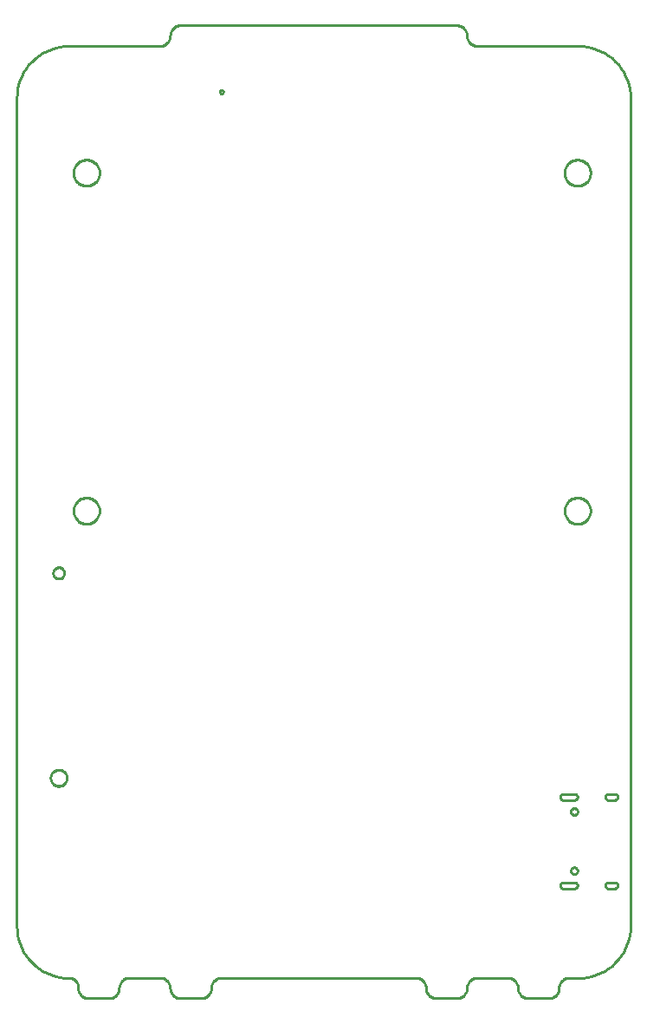
<source format=gbr>
G04 EAGLE Gerber RS-274X export*
G75*
%MOMM*%
%FSLAX34Y34*%
%LPD*%
%IN*%
%IPPOS*%
%AMOC8*
5,1,8,0,0,1.08239X$1,22.5*%
G01*
%ADD10C,0.254000*%


D10*
X10000Y90800D02*
X10193Y86373D01*
X10772Y81979D01*
X11731Y77652D01*
X13064Y73425D01*
X14760Y69331D01*
X16806Y65400D01*
X19187Y61662D01*
X21885Y58146D01*
X24879Y54879D01*
X28146Y51885D01*
X31662Y49187D01*
X35400Y46806D01*
X39331Y44760D01*
X43425Y43064D01*
X47652Y41731D01*
X51979Y40772D01*
X56373Y40193D01*
X60800Y40000D01*
X61602Y39965D01*
X62398Y39860D01*
X63181Y39687D01*
X63947Y39445D01*
X64688Y39138D01*
X65400Y38767D01*
X66077Y38336D01*
X66714Y37848D01*
X67305Y37305D01*
X67848Y36714D01*
X68336Y36077D01*
X68767Y35400D01*
X69138Y34688D01*
X69445Y33947D01*
X69687Y33181D01*
X69860Y32398D01*
X69965Y31602D01*
X70000Y30800D01*
X70000Y30000D01*
X70038Y29128D01*
X70152Y28264D01*
X70341Y27412D01*
X70603Y26580D01*
X70937Y25774D01*
X71340Y25000D01*
X71808Y24264D01*
X72340Y23572D01*
X72929Y22929D01*
X73572Y22340D01*
X74264Y21808D01*
X75000Y21340D01*
X75774Y20937D01*
X76580Y20603D01*
X77412Y20341D01*
X78264Y20152D01*
X79128Y20038D01*
X80000Y20000D01*
X100000Y20000D01*
X100872Y20038D01*
X101736Y20152D01*
X102588Y20341D01*
X103420Y20603D01*
X104226Y20937D01*
X105000Y21340D01*
X105736Y21808D01*
X106428Y22340D01*
X107071Y22929D01*
X107660Y23572D01*
X108192Y24264D01*
X108660Y25000D01*
X109063Y25774D01*
X109397Y26580D01*
X109659Y27412D01*
X109848Y28264D01*
X109962Y29128D01*
X110000Y30000D01*
X110038Y30872D01*
X110152Y31736D01*
X110341Y32588D01*
X110603Y33420D01*
X110937Y34226D01*
X111340Y35000D01*
X111808Y35736D01*
X112340Y36428D01*
X112929Y37071D01*
X113572Y37660D01*
X114264Y38192D01*
X115000Y38660D01*
X115774Y39063D01*
X116580Y39397D01*
X117412Y39659D01*
X118264Y39848D01*
X119128Y39962D01*
X120000Y40000D01*
X150000Y40000D01*
X150872Y39962D01*
X151736Y39848D01*
X152588Y39659D01*
X153420Y39397D01*
X154226Y39063D01*
X155000Y38660D01*
X155736Y38192D01*
X156428Y37660D01*
X157071Y37071D01*
X157660Y36428D01*
X158192Y35736D01*
X158660Y35000D01*
X159063Y34226D01*
X159397Y33420D01*
X159659Y32588D01*
X159848Y31736D01*
X159962Y30872D01*
X160000Y30000D01*
X160038Y29128D01*
X160152Y28264D01*
X160341Y27412D01*
X160603Y26580D01*
X160937Y25774D01*
X161340Y25000D01*
X161808Y24264D01*
X162340Y23572D01*
X162929Y22929D01*
X163572Y22340D01*
X164264Y21808D01*
X165000Y21340D01*
X165774Y20937D01*
X166580Y20603D01*
X167412Y20341D01*
X168264Y20152D01*
X169128Y20038D01*
X170000Y20000D01*
X190000Y20000D01*
X190872Y20038D01*
X191736Y20152D01*
X192588Y20341D01*
X193420Y20603D01*
X194226Y20937D01*
X195000Y21340D01*
X195736Y21808D01*
X196428Y22340D01*
X197071Y22929D01*
X197660Y23572D01*
X198192Y24264D01*
X198660Y25000D01*
X199063Y25774D01*
X199397Y26580D01*
X199659Y27412D01*
X199848Y28264D01*
X199962Y29128D01*
X200000Y30000D01*
X200038Y30872D01*
X200152Y31736D01*
X200341Y32588D01*
X200603Y33420D01*
X200937Y34226D01*
X201340Y35000D01*
X201808Y35736D01*
X202340Y36428D01*
X202929Y37071D01*
X203572Y37660D01*
X204264Y38192D01*
X205000Y38660D01*
X205774Y39063D01*
X206580Y39397D01*
X207412Y39659D01*
X208264Y39848D01*
X209128Y39962D01*
X210000Y40000D01*
X400000Y40000D01*
X400872Y39962D01*
X401736Y39848D01*
X402588Y39659D01*
X403420Y39397D01*
X404226Y39063D01*
X405000Y38660D01*
X405736Y38192D01*
X406428Y37660D01*
X407071Y37071D01*
X407660Y36428D01*
X408192Y35736D01*
X408660Y35000D01*
X409063Y34226D01*
X409397Y33420D01*
X409659Y32588D01*
X409848Y31736D01*
X409962Y30872D01*
X410000Y30000D01*
X410038Y29128D01*
X410152Y28264D01*
X410341Y27412D01*
X410603Y26580D01*
X410937Y25774D01*
X411340Y25000D01*
X411808Y24264D01*
X412340Y23572D01*
X412929Y22929D01*
X413572Y22340D01*
X414264Y21808D01*
X415000Y21340D01*
X415774Y20937D01*
X416580Y20603D01*
X417412Y20341D01*
X418264Y20152D01*
X419128Y20038D01*
X420000Y20000D01*
X440000Y20000D01*
X440872Y20038D01*
X441736Y20152D01*
X442588Y20341D01*
X443420Y20603D01*
X444226Y20937D01*
X445000Y21340D01*
X445736Y21808D01*
X446428Y22340D01*
X447071Y22929D01*
X447660Y23572D01*
X448192Y24264D01*
X448660Y25000D01*
X449063Y25774D01*
X449397Y26580D01*
X449659Y27412D01*
X449848Y28264D01*
X449962Y29128D01*
X450000Y30000D01*
X450038Y30872D01*
X450152Y31736D01*
X450341Y32588D01*
X450603Y33420D01*
X450937Y34226D01*
X451340Y35000D01*
X451808Y35736D01*
X452340Y36428D01*
X452929Y37071D01*
X453572Y37660D01*
X454264Y38192D01*
X455000Y38660D01*
X455774Y39063D01*
X456580Y39397D01*
X457412Y39659D01*
X458264Y39848D01*
X459128Y39962D01*
X460000Y40000D01*
X490000Y40000D01*
X490872Y39962D01*
X491736Y39848D01*
X492588Y39659D01*
X493420Y39397D01*
X494226Y39063D01*
X495000Y38660D01*
X495736Y38192D01*
X496428Y37660D01*
X497071Y37071D01*
X497660Y36428D01*
X498192Y35736D01*
X498660Y35000D01*
X499063Y34226D01*
X499397Y33420D01*
X499659Y32588D01*
X499848Y31736D01*
X499962Y30872D01*
X500000Y30000D01*
X500038Y29128D01*
X500152Y28264D01*
X500341Y27412D01*
X500603Y26580D01*
X500937Y25774D01*
X501340Y25000D01*
X501808Y24264D01*
X502340Y23572D01*
X502929Y22929D01*
X503572Y22340D01*
X504264Y21808D01*
X505000Y21340D01*
X505774Y20937D01*
X506580Y20603D01*
X507412Y20341D01*
X508264Y20152D01*
X509128Y20038D01*
X510000Y20000D01*
X530000Y20000D01*
X530872Y20038D01*
X531736Y20152D01*
X532588Y20341D01*
X533420Y20603D01*
X534226Y20937D01*
X535000Y21340D01*
X535736Y21808D01*
X536428Y22340D01*
X537071Y22929D01*
X537660Y23572D01*
X538192Y24264D01*
X538660Y25000D01*
X539063Y25774D01*
X539397Y26580D01*
X539659Y27412D01*
X539848Y28264D01*
X539962Y29128D01*
X540000Y30000D01*
X540038Y30872D01*
X540152Y31736D01*
X540341Y32588D01*
X540603Y33420D01*
X540937Y34226D01*
X541340Y35000D01*
X541808Y35736D01*
X542340Y36428D01*
X542929Y37071D01*
X543572Y37660D01*
X544264Y38192D01*
X545000Y38660D01*
X545774Y39063D01*
X546580Y39397D01*
X547412Y39659D01*
X548264Y39848D01*
X549128Y39962D01*
X550000Y40000D01*
X559200Y40000D01*
X563628Y40193D01*
X568021Y40772D01*
X572348Y41731D01*
X576575Y43064D01*
X580669Y44760D01*
X584600Y46806D01*
X588338Y49187D01*
X591854Y51885D01*
X595121Y54879D01*
X598115Y58146D01*
X600813Y61662D01*
X603194Y65400D01*
X605240Y69331D01*
X606936Y73425D01*
X608269Y77652D01*
X609228Y81979D01*
X609807Y86373D01*
X610000Y90800D01*
X610000Y899200D01*
X609807Y903628D01*
X609228Y908021D01*
X608269Y912348D01*
X606936Y916575D01*
X605240Y920669D01*
X603194Y924600D01*
X600813Y928338D01*
X598115Y931854D01*
X595121Y935121D01*
X591854Y938115D01*
X588338Y940813D01*
X584600Y943194D01*
X580669Y945240D01*
X576575Y946936D01*
X572348Y948269D01*
X568021Y949228D01*
X563628Y949807D01*
X559200Y950000D01*
X460000Y950000D01*
X459128Y950038D01*
X458264Y950152D01*
X457412Y950341D01*
X456580Y950603D01*
X455774Y950937D01*
X455000Y951340D01*
X454264Y951808D01*
X453572Y952340D01*
X452929Y952929D01*
X452340Y953572D01*
X451808Y954264D01*
X451340Y955000D01*
X450937Y955774D01*
X450603Y956580D01*
X450341Y957412D01*
X450152Y958264D01*
X450038Y959128D01*
X450000Y960000D01*
X449962Y960872D01*
X449848Y961736D01*
X449659Y962588D01*
X449397Y963420D01*
X449063Y964226D01*
X448660Y965000D01*
X448192Y965736D01*
X447660Y966428D01*
X447071Y967071D01*
X446428Y967660D01*
X445736Y968192D01*
X445000Y968660D01*
X444226Y969063D01*
X443420Y969397D01*
X442588Y969659D01*
X441736Y969848D01*
X440872Y969962D01*
X440000Y970000D01*
X170000Y970000D01*
X169128Y969962D01*
X168264Y969848D01*
X167412Y969659D01*
X166580Y969397D01*
X165774Y969063D01*
X165000Y968660D01*
X164264Y968192D01*
X163572Y967660D01*
X162929Y967071D01*
X162340Y966428D01*
X161808Y965736D01*
X161340Y965000D01*
X160937Y964226D01*
X160603Y963420D01*
X160341Y962588D01*
X160152Y961736D01*
X160038Y960872D01*
X160000Y960000D01*
X159962Y959128D01*
X159848Y958264D01*
X159659Y957412D01*
X159397Y956580D01*
X159063Y955774D01*
X158660Y955000D01*
X158192Y954264D01*
X157660Y953572D01*
X157071Y952929D01*
X156428Y952340D01*
X155736Y951808D01*
X155000Y951340D01*
X154226Y950937D01*
X153420Y950603D01*
X152588Y950341D01*
X151736Y950152D01*
X150872Y950038D01*
X150000Y950000D01*
X60800Y950000D01*
X56373Y949807D01*
X51979Y949228D01*
X47652Y948269D01*
X43425Y946936D01*
X39331Y945240D01*
X35400Y943194D01*
X31662Y940813D01*
X28146Y938115D01*
X24879Y935121D01*
X21885Y931854D01*
X19187Y928338D01*
X16806Y924600D01*
X14760Y920669D01*
X13064Y916575D01*
X11731Y912348D01*
X10772Y908021D01*
X10193Y903628D01*
X10000Y899200D01*
X10000Y90800D01*
X544090Y213660D02*
X555090Y213660D01*
X555351Y213671D01*
X555611Y213706D01*
X555866Y213762D01*
X556116Y213841D01*
X556358Y213941D01*
X556590Y214062D01*
X556811Y214203D01*
X557018Y214362D01*
X557211Y214539D01*
X557388Y214732D01*
X557547Y214939D01*
X557688Y215160D01*
X557809Y215392D01*
X557909Y215634D01*
X557988Y215884D01*
X558044Y216139D01*
X558079Y216399D01*
X558090Y216660D01*
X558079Y216921D01*
X558044Y217181D01*
X557988Y217436D01*
X557909Y217686D01*
X557809Y217928D01*
X557688Y218160D01*
X557547Y218381D01*
X557388Y218588D01*
X557211Y218781D01*
X557018Y218958D01*
X556811Y219117D01*
X556590Y219258D01*
X556358Y219379D01*
X556116Y219479D01*
X555866Y219558D01*
X555611Y219614D01*
X555351Y219649D01*
X555090Y219660D01*
X544090Y219660D01*
X543829Y219649D01*
X543569Y219614D01*
X543314Y219558D01*
X543064Y219479D01*
X542822Y219379D01*
X542590Y219258D01*
X542369Y219117D01*
X542162Y218958D01*
X541969Y218781D01*
X541792Y218588D01*
X541633Y218381D01*
X541492Y218160D01*
X541371Y217928D01*
X541271Y217686D01*
X541192Y217436D01*
X541136Y217181D01*
X541101Y216921D01*
X541090Y216660D01*
X541101Y216399D01*
X541136Y216139D01*
X541192Y215884D01*
X541271Y215634D01*
X541371Y215392D01*
X541492Y215160D01*
X541633Y214939D01*
X541792Y214732D01*
X541969Y214539D01*
X542162Y214362D01*
X542369Y214203D01*
X542590Y214062D01*
X542822Y213941D01*
X543064Y213841D01*
X543314Y213762D01*
X543569Y213706D01*
X543829Y213671D01*
X544090Y213660D01*
X588240Y213660D02*
X594440Y213660D01*
X594701Y213671D01*
X594961Y213706D01*
X595216Y213762D01*
X595466Y213841D01*
X595708Y213941D01*
X595940Y214062D01*
X596161Y214203D01*
X596368Y214362D01*
X596561Y214539D01*
X596738Y214732D01*
X596897Y214939D01*
X597038Y215160D01*
X597159Y215392D01*
X597259Y215634D01*
X597338Y215884D01*
X597394Y216139D01*
X597429Y216399D01*
X597440Y216660D01*
X597429Y216921D01*
X597394Y217181D01*
X597338Y217436D01*
X597259Y217686D01*
X597159Y217928D01*
X597038Y218160D01*
X596897Y218381D01*
X596738Y218588D01*
X596561Y218781D01*
X596368Y218958D01*
X596161Y219117D01*
X595940Y219258D01*
X595708Y219379D01*
X595466Y219479D01*
X595216Y219558D01*
X594961Y219614D01*
X594701Y219649D01*
X594440Y219660D01*
X588240Y219660D01*
X587979Y219649D01*
X587719Y219614D01*
X587464Y219558D01*
X587214Y219479D01*
X586972Y219379D01*
X586740Y219258D01*
X586519Y219117D01*
X586312Y218958D01*
X586119Y218781D01*
X585942Y218588D01*
X585783Y218381D01*
X585642Y218160D01*
X585521Y217928D01*
X585421Y217686D01*
X585342Y217436D01*
X585286Y217181D01*
X585251Y216921D01*
X585240Y216660D01*
X585251Y216399D01*
X585286Y216139D01*
X585342Y215884D01*
X585421Y215634D01*
X585521Y215392D01*
X585642Y215160D01*
X585783Y214939D01*
X585942Y214732D01*
X586119Y214539D01*
X586312Y214362D01*
X586519Y214203D01*
X586740Y214062D01*
X586972Y213941D01*
X587214Y213841D01*
X587464Y213762D01*
X587719Y213706D01*
X587979Y213671D01*
X588240Y213660D01*
X588240Y127260D02*
X594440Y127260D01*
X594701Y127271D01*
X594961Y127306D01*
X595216Y127362D01*
X595466Y127441D01*
X595708Y127541D01*
X595940Y127662D01*
X596161Y127803D01*
X596368Y127962D01*
X596561Y128139D01*
X596738Y128332D01*
X596897Y128539D01*
X597038Y128760D01*
X597159Y128992D01*
X597259Y129234D01*
X597338Y129484D01*
X597394Y129739D01*
X597429Y129999D01*
X597440Y130260D01*
X597429Y130521D01*
X597394Y130781D01*
X597338Y131036D01*
X597259Y131286D01*
X597159Y131528D01*
X597038Y131760D01*
X596897Y131981D01*
X596738Y132188D01*
X596561Y132381D01*
X596368Y132558D01*
X596161Y132717D01*
X595940Y132858D01*
X595708Y132979D01*
X595466Y133079D01*
X595216Y133158D01*
X594961Y133214D01*
X594701Y133249D01*
X594440Y133260D01*
X588240Y133260D01*
X587979Y133249D01*
X587719Y133214D01*
X587464Y133158D01*
X587214Y133079D01*
X586972Y132979D01*
X586740Y132858D01*
X586519Y132717D01*
X586312Y132558D01*
X586119Y132381D01*
X585942Y132188D01*
X585783Y131981D01*
X585642Y131760D01*
X585521Y131528D01*
X585421Y131286D01*
X585342Y131036D01*
X585286Y130781D01*
X585251Y130521D01*
X585240Y130260D01*
X585251Y129999D01*
X585286Y129739D01*
X585342Y129484D01*
X585421Y129234D01*
X585521Y128992D01*
X585642Y128760D01*
X585783Y128539D01*
X585942Y128332D01*
X586119Y128139D01*
X586312Y127962D01*
X586519Y127803D01*
X586740Y127662D01*
X586972Y127541D01*
X587214Y127441D01*
X587464Y127362D01*
X587719Y127306D01*
X587979Y127271D01*
X588240Y127260D01*
X544090Y127260D02*
X555090Y127260D01*
X555351Y127271D01*
X555611Y127306D01*
X555866Y127362D01*
X556116Y127441D01*
X556358Y127541D01*
X556590Y127662D01*
X556811Y127803D01*
X557018Y127962D01*
X557211Y128139D01*
X557388Y128332D01*
X557547Y128539D01*
X557688Y128760D01*
X557809Y128992D01*
X557909Y129234D01*
X557988Y129484D01*
X558044Y129739D01*
X558079Y129999D01*
X558090Y130260D01*
X558079Y130521D01*
X558044Y130781D01*
X557988Y131036D01*
X557909Y131286D01*
X557809Y131528D01*
X557688Y131760D01*
X557547Y131981D01*
X557388Y132188D01*
X557211Y132381D01*
X557018Y132558D01*
X556811Y132717D01*
X556590Y132858D01*
X556358Y132979D01*
X556116Y133079D01*
X555866Y133158D01*
X555611Y133214D01*
X555351Y133249D01*
X555090Y133260D01*
X544090Y133260D01*
X543829Y133249D01*
X543569Y133214D01*
X543314Y133158D01*
X543064Y133079D01*
X542822Y132979D01*
X542590Y132858D01*
X542369Y132717D01*
X542162Y132558D01*
X541969Y132381D01*
X541792Y132188D01*
X541633Y131981D01*
X541492Y131760D01*
X541371Y131528D01*
X541271Y131286D01*
X541192Y131036D01*
X541136Y130781D01*
X541101Y130521D01*
X541090Y130260D01*
X541101Y129999D01*
X541136Y129739D01*
X541192Y129484D01*
X541271Y129234D01*
X541371Y128992D01*
X541492Y128760D01*
X541633Y128539D01*
X541792Y128332D01*
X541969Y128139D01*
X542162Y127962D01*
X542369Y127803D01*
X542590Y127662D01*
X542822Y127541D01*
X543064Y127441D01*
X543314Y127362D01*
X543569Y127306D01*
X543829Y127271D01*
X544090Y127260D01*
X555103Y147810D02*
X555525Y147754D01*
X555937Y147644D01*
X556331Y147481D01*
X556699Y147268D01*
X557037Y147009D01*
X557339Y146707D01*
X557598Y146369D01*
X557811Y146001D01*
X557974Y145607D01*
X558084Y145195D01*
X558140Y144773D01*
X558140Y144347D01*
X558084Y143925D01*
X557974Y143513D01*
X557811Y143119D01*
X557598Y142751D01*
X557339Y142413D01*
X557037Y142111D01*
X556699Y141852D01*
X556331Y141639D01*
X555937Y141476D01*
X555525Y141366D01*
X555103Y141310D01*
X554677Y141310D01*
X554255Y141366D01*
X553843Y141476D01*
X553449Y141639D01*
X553081Y141852D01*
X552743Y142111D01*
X552441Y142413D01*
X552182Y142751D01*
X551969Y143119D01*
X551806Y143513D01*
X551696Y143925D01*
X551640Y144347D01*
X551640Y144773D01*
X551696Y145195D01*
X551806Y145607D01*
X551969Y146001D01*
X552182Y146369D01*
X552441Y146707D01*
X552743Y147009D01*
X553081Y147268D01*
X553449Y147481D01*
X553843Y147644D01*
X554255Y147754D01*
X554677Y147810D01*
X555103Y147810D01*
X555103Y205610D02*
X555525Y205554D01*
X555937Y205444D01*
X556331Y205281D01*
X556699Y205068D01*
X557037Y204809D01*
X557339Y204507D01*
X557598Y204169D01*
X557811Y203801D01*
X557974Y203407D01*
X558084Y202995D01*
X558140Y202573D01*
X558140Y202147D01*
X558084Y201725D01*
X557974Y201313D01*
X557811Y200919D01*
X557598Y200551D01*
X557339Y200213D01*
X557037Y199911D01*
X556699Y199652D01*
X556331Y199439D01*
X555937Y199276D01*
X555525Y199166D01*
X555103Y199110D01*
X554677Y199110D01*
X554255Y199166D01*
X553843Y199276D01*
X553449Y199439D01*
X553081Y199652D01*
X552743Y199911D01*
X552441Y200213D01*
X552182Y200551D01*
X551969Y200919D01*
X551806Y201313D01*
X551696Y201725D01*
X551640Y202147D01*
X551640Y202573D01*
X551696Y202995D01*
X551806Y203407D01*
X551969Y203801D01*
X552182Y204169D01*
X552441Y204507D01*
X552743Y204809D01*
X553081Y205068D01*
X553449Y205281D01*
X553843Y205444D01*
X554255Y205554D01*
X554677Y205610D01*
X555103Y205610D01*
X545366Y826551D02*
X545445Y827550D01*
X545601Y828539D01*
X545835Y829514D01*
X546145Y830466D01*
X546528Y831392D01*
X546983Y832285D01*
X547507Y833139D01*
X548095Y833950D01*
X548746Y834711D01*
X549455Y835420D01*
X550216Y836071D01*
X551027Y836659D01*
X551881Y837183D01*
X552774Y837638D01*
X553700Y838021D01*
X554652Y838331D01*
X555627Y838565D01*
X556616Y838721D01*
X557615Y838800D01*
X558617Y838800D01*
X559616Y838721D01*
X560605Y838565D01*
X561580Y838331D01*
X562532Y838021D01*
X563458Y837638D01*
X564351Y837183D01*
X565205Y836659D01*
X566016Y836071D01*
X566777Y835420D01*
X567486Y834711D01*
X568137Y833950D01*
X568725Y833139D01*
X569249Y832285D01*
X569704Y831392D01*
X570087Y830466D01*
X570397Y829514D01*
X570631Y828539D01*
X570787Y827550D01*
X570866Y826551D01*
X570866Y825549D01*
X570787Y824550D01*
X570631Y823561D01*
X570397Y822586D01*
X570087Y821634D01*
X569704Y820708D01*
X569249Y819815D01*
X568725Y818961D01*
X568137Y818150D01*
X567486Y817389D01*
X566777Y816680D01*
X566016Y816029D01*
X565205Y815441D01*
X564351Y814917D01*
X563458Y814462D01*
X562532Y814079D01*
X561580Y813769D01*
X560605Y813535D01*
X559616Y813379D01*
X558617Y813300D01*
X557615Y813300D01*
X556616Y813379D01*
X555627Y813535D01*
X554652Y813769D01*
X553700Y814079D01*
X552774Y814462D01*
X551881Y814917D01*
X551027Y815441D01*
X550216Y816029D01*
X549455Y816680D01*
X548746Y817389D01*
X548095Y818150D01*
X547507Y818961D01*
X546983Y819815D01*
X546528Y820708D01*
X546145Y821634D01*
X545835Y822586D01*
X545601Y823561D01*
X545445Y824550D01*
X545366Y825549D01*
X545366Y826551D01*
X545366Y496551D02*
X545445Y497550D01*
X545601Y498539D01*
X545835Y499514D01*
X546145Y500466D01*
X546528Y501392D01*
X546983Y502285D01*
X547507Y503139D01*
X548095Y503950D01*
X548746Y504711D01*
X549455Y505420D01*
X550216Y506071D01*
X551027Y506659D01*
X551881Y507183D01*
X552774Y507638D01*
X553700Y508021D01*
X554652Y508331D01*
X555627Y508565D01*
X556616Y508721D01*
X557615Y508800D01*
X558617Y508800D01*
X559616Y508721D01*
X560605Y508565D01*
X561580Y508331D01*
X562532Y508021D01*
X563458Y507638D01*
X564351Y507183D01*
X565205Y506659D01*
X566016Y506071D01*
X566777Y505420D01*
X567486Y504711D01*
X568137Y503950D01*
X568725Y503139D01*
X569249Y502285D01*
X569704Y501392D01*
X570087Y500466D01*
X570397Y499514D01*
X570631Y498539D01*
X570787Y497550D01*
X570866Y496551D01*
X570866Y495549D01*
X570787Y494550D01*
X570631Y493561D01*
X570397Y492586D01*
X570087Y491634D01*
X569704Y490708D01*
X569249Y489815D01*
X568725Y488961D01*
X568137Y488150D01*
X567486Y487389D01*
X566777Y486680D01*
X566016Y486029D01*
X565205Y485441D01*
X564351Y484917D01*
X563458Y484462D01*
X562532Y484079D01*
X561580Y483769D01*
X560605Y483535D01*
X559616Y483379D01*
X558617Y483300D01*
X557615Y483300D01*
X556616Y483379D01*
X555627Y483535D01*
X554652Y483769D01*
X553700Y484079D01*
X552774Y484462D01*
X551881Y484917D01*
X551027Y485441D01*
X550216Y486029D01*
X549455Y486680D01*
X548746Y487389D01*
X548095Y488150D01*
X547507Y488961D01*
X546983Y489815D01*
X546528Y490708D01*
X546145Y491634D01*
X545835Y492586D01*
X545601Y493561D01*
X545445Y494550D01*
X545366Y495549D01*
X545366Y496551D01*
X65366Y496551D02*
X65445Y497550D01*
X65601Y498539D01*
X65835Y499514D01*
X66145Y500466D01*
X66528Y501392D01*
X66983Y502285D01*
X67507Y503139D01*
X68095Y503950D01*
X68746Y504711D01*
X69455Y505420D01*
X70216Y506071D01*
X71027Y506659D01*
X71881Y507183D01*
X72774Y507638D01*
X73700Y508021D01*
X74652Y508331D01*
X75627Y508565D01*
X76616Y508721D01*
X77615Y508800D01*
X78617Y508800D01*
X79616Y508721D01*
X80605Y508565D01*
X81580Y508331D01*
X82532Y508021D01*
X83458Y507638D01*
X84351Y507183D01*
X85205Y506659D01*
X86016Y506071D01*
X86777Y505420D01*
X87486Y504711D01*
X88137Y503950D01*
X88725Y503139D01*
X89249Y502285D01*
X89704Y501392D01*
X90087Y500466D01*
X90397Y499514D01*
X90631Y498539D01*
X90787Y497550D01*
X90866Y496551D01*
X90866Y495549D01*
X90787Y494550D01*
X90631Y493561D01*
X90397Y492586D01*
X90087Y491634D01*
X89704Y490708D01*
X89249Y489815D01*
X88725Y488961D01*
X88137Y488150D01*
X87486Y487389D01*
X86777Y486680D01*
X86016Y486029D01*
X85205Y485441D01*
X84351Y484917D01*
X83458Y484462D01*
X82532Y484079D01*
X81580Y483769D01*
X80605Y483535D01*
X79616Y483379D01*
X78617Y483300D01*
X77615Y483300D01*
X76616Y483379D01*
X75627Y483535D01*
X74652Y483769D01*
X73700Y484079D01*
X72774Y484462D01*
X71881Y484917D01*
X71027Y485441D01*
X70216Y486029D01*
X69455Y486680D01*
X68746Y487389D01*
X68095Y488150D01*
X67507Y488961D01*
X66983Y489815D01*
X66528Y490708D01*
X66145Y491634D01*
X65835Y492586D01*
X65601Y493561D01*
X65445Y494550D01*
X65366Y495549D01*
X65366Y496551D01*
X65366Y826551D02*
X65445Y827550D01*
X65601Y828539D01*
X65835Y829514D01*
X66145Y830466D01*
X66528Y831392D01*
X66983Y832285D01*
X67507Y833139D01*
X68095Y833950D01*
X68746Y834711D01*
X69455Y835420D01*
X70216Y836071D01*
X71027Y836659D01*
X71881Y837183D01*
X72774Y837638D01*
X73700Y838021D01*
X74652Y838331D01*
X75627Y838565D01*
X76616Y838721D01*
X77615Y838800D01*
X78617Y838800D01*
X79616Y838721D01*
X80605Y838565D01*
X81580Y838331D01*
X82532Y838021D01*
X83458Y837638D01*
X84351Y837183D01*
X85205Y836659D01*
X86016Y836071D01*
X86777Y835420D01*
X87486Y834711D01*
X88137Y833950D01*
X88725Y833139D01*
X89249Y832285D01*
X89704Y831392D01*
X90087Y830466D01*
X90397Y829514D01*
X90631Y828539D01*
X90787Y827550D01*
X90866Y826551D01*
X90866Y825549D01*
X90787Y824550D01*
X90631Y823561D01*
X90397Y822586D01*
X90087Y821634D01*
X89704Y820708D01*
X89249Y819815D01*
X88725Y818961D01*
X88137Y818150D01*
X87486Y817389D01*
X86777Y816680D01*
X86016Y816029D01*
X85205Y815441D01*
X84351Y814917D01*
X83458Y814462D01*
X82532Y814079D01*
X81580Y813769D01*
X80605Y813535D01*
X79616Y813379D01*
X78617Y813300D01*
X77615Y813300D01*
X76616Y813379D01*
X75627Y813535D01*
X74652Y813769D01*
X73700Y814079D01*
X72774Y814462D01*
X71881Y814917D01*
X71027Y815441D01*
X70216Y816029D01*
X69455Y816680D01*
X68746Y817389D01*
X68095Y818150D01*
X67507Y818961D01*
X66983Y819815D01*
X66528Y820708D01*
X66145Y821634D01*
X65835Y822586D01*
X65601Y823561D01*
X65445Y824550D01*
X65366Y825549D01*
X65366Y826551D01*
X209907Y903506D02*
X209569Y903573D01*
X209250Y903705D01*
X208963Y903897D01*
X208720Y904140D01*
X208528Y904427D01*
X208396Y904746D01*
X208329Y905084D01*
X208329Y905428D01*
X208396Y905766D01*
X208528Y906085D01*
X208720Y906372D01*
X208963Y906615D01*
X209250Y906807D01*
X209569Y906939D01*
X209907Y907006D01*
X210251Y907006D01*
X210589Y906939D01*
X210908Y906807D01*
X211195Y906615D01*
X211438Y906372D01*
X211630Y906085D01*
X211762Y905766D01*
X211829Y905428D01*
X211829Y905084D01*
X211762Y904746D01*
X211630Y904427D01*
X211438Y904140D01*
X211195Y903897D01*
X210908Y903705D01*
X210589Y903573D01*
X210251Y903506D01*
X209907Y903506D01*
X50731Y429780D02*
X50117Y429849D01*
X49515Y429987D01*
X48932Y430191D01*
X48375Y430459D01*
X47852Y430787D01*
X47369Y431173D01*
X46933Y431609D01*
X46547Y432092D01*
X46219Y432615D01*
X45951Y433172D01*
X45747Y433755D01*
X45609Y434357D01*
X45540Y434971D01*
X45540Y435589D01*
X45609Y436203D01*
X45747Y436805D01*
X45951Y437388D01*
X46219Y437945D01*
X46547Y438468D01*
X46933Y438951D01*
X47369Y439388D01*
X47852Y439773D01*
X48375Y440101D01*
X48932Y440369D01*
X49515Y440573D01*
X50117Y440711D01*
X50731Y440780D01*
X51349Y440780D01*
X51963Y440711D01*
X52565Y440573D01*
X53148Y440369D01*
X53705Y440101D01*
X54228Y439773D01*
X54711Y439388D01*
X55148Y438951D01*
X55533Y438468D01*
X55861Y437945D01*
X56129Y437388D01*
X56333Y436805D01*
X56471Y436203D01*
X56540Y435589D01*
X56540Y434971D01*
X56471Y434357D01*
X56333Y433755D01*
X56129Y433172D01*
X55861Y432615D01*
X55533Y432092D01*
X55148Y431609D01*
X54711Y431173D01*
X54228Y430787D01*
X53705Y430459D01*
X53148Y430191D01*
X52565Y429987D01*
X51963Y429849D01*
X51349Y429780D01*
X50731Y429780D01*
X50647Y227280D02*
X49865Y227357D01*
X49094Y227510D01*
X48342Y227739D01*
X47615Y228039D01*
X46922Y228410D01*
X46269Y228847D01*
X45661Y229345D01*
X45105Y229901D01*
X44607Y230509D01*
X44170Y231162D01*
X43799Y231855D01*
X43499Y232582D01*
X43270Y233334D01*
X43117Y234105D01*
X43040Y234887D01*
X43040Y235673D01*
X43117Y236455D01*
X43270Y237226D01*
X43499Y237978D01*
X43799Y238705D01*
X44170Y239398D01*
X44607Y240051D01*
X45105Y240659D01*
X45661Y241215D01*
X46269Y241713D01*
X46922Y242150D01*
X47615Y242521D01*
X48342Y242821D01*
X49094Y243050D01*
X49865Y243203D01*
X50647Y243280D01*
X51433Y243280D01*
X52215Y243203D01*
X52986Y243050D01*
X53738Y242821D01*
X54465Y242521D01*
X55158Y242150D01*
X55811Y241713D01*
X56419Y241215D01*
X56975Y240659D01*
X57473Y240051D01*
X57910Y239398D01*
X58281Y238705D01*
X58581Y237978D01*
X58810Y237226D01*
X58963Y236455D01*
X59040Y235673D01*
X59040Y234887D01*
X58963Y234105D01*
X58810Y233334D01*
X58581Y232582D01*
X58281Y231855D01*
X57910Y231162D01*
X57473Y230509D01*
X56975Y229901D01*
X56419Y229345D01*
X55811Y228847D01*
X55158Y228410D01*
X54465Y228039D01*
X53738Y227739D01*
X52986Y227510D01*
X52215Y227357D01*
X51433Y227280D01*
X50647Y227280D01*
M02*

</source>
